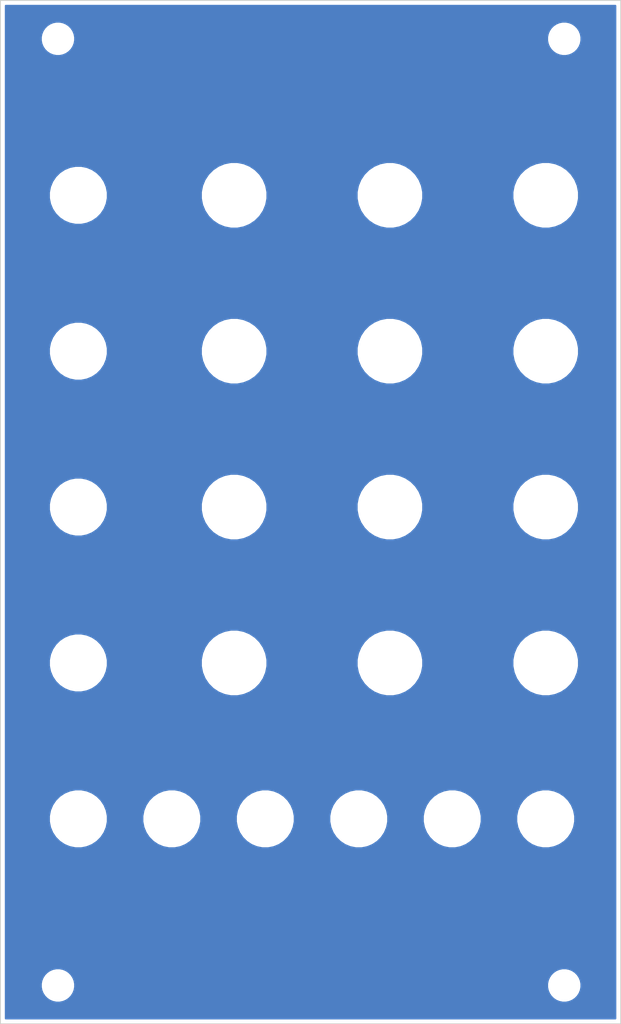
<source format=kicad_pcb>
(kicad_pcb (version 20171130) (host pcbnew 5.1.6-c6e7f7d~86~ubuntu20.04.1)

  (general
    (thickness 1.6)
    (drawings 19)
    (tracks 0)
    (zones 0)
    (modules 26)
    (nets 1)
  )

  (page A4)
  (title_block
    (title resonanz)
    (date 2020-06-10)
    (rev 01)
    (comment 1 "panel PCB")
    (comment 2 "tripple resonant band pass filter")
    (comment 4 "License CC BY 4.0 - Attribution 4.0 International")
  )

  (layers
    (0 F.Cu signal)
    (31 B.Cu signal)
    (32 B.Adhes user)
    (33 F.Adhes user)
    (34 B.Paste user)
    (35 F.Paste user)
    (36 B.SilkS user)
    (37 F.SilkS user)
    (38 B.Mask user)
    (39 F.Mask user)
    (40 Dwgs.User user hide)
    (41 Cmts.User user hide)
    (42 Eco1.User user hide)
    (43 Eco2.User user hide)
    (44 Edge.Cuts user)
    (45 Margin user)
    (46 B.CrtYd user)
    (47 F.CrtYd user)
    (48 B.Fab user)
    (49 F.Fab user)
  )

  (setup
    (last_trace_width 0.25)
    (trace_clearance 0.2)
    (zone_clearance 0.508)
    (zone_45_only no)
    (trace_min 0.2)
    (via_size 0.8)
    (via_drill 0.4)
    (via_min_size 0.4)
    (via_min_drill 0.3)
    (uvia_size 0.3)
    (uvia_drill 0.1)
    (uvias_allowed no)
    (uvia_min_size 0.2)
    (uvia_min_drill 0.1)
    (edge_width 0.05)
    (segment_width 0.2)
    (pcb_text_width 0.3)
    (pcb_text_size 1.5 1.5)
    (mod_edge_width 0.12)
    (mod_text_size 1 1)
    (mod_text_width 0.15)
    (pad_size 6.4 6.4)
    (pad_drill 6.4)
    (pad_to_mask_clearance 0.051)
    (solder_mask_min_width 0.25)
    (aux_axis_origin 0 0)
    (visible_elements FFFFFF7F)
    (pcbplotparams
      (layerselection 0x010fc_ffffffff)
      (usegerberextensions false)
      (usegerberattributes false)
      (usegerberadvancedattributes false)
      (creategerberjobfile false)
      (excludeedgelayer false)
      (linewidth 0.150000)
      (plotframeref false)
      (viasonmask false)
      (mode 1)
      (useauxorigin false)
      (hpglpennumber 1)
      (hpglpenspeed 20)
      (hpglpendiameter 15.000000)
      (psnegative false)
      (psa4output false)
      (plotreference true)
      (plotvalue true)
      (plotinvisibletext false)
      (padsonsilk false)
      (subtractmaskfromsilk false)
      (outputformat 1)
      (mirror false)
      (drillshape 0)
      (scaleselection 1)
      (outputdirectory "./gerbers"))
  )

  (net 0 "")

  (net_class Default "This is the default net class."
    (clearance 0.2)
    (trace_width 0.25)
    (via_dia 0.8)
    (via_drill 0.4)
    (uvia_dia 0.3)
    (uvia_drill 0.1)
  )

  (module elektrophon:panel_potentiometer (layer F.Cu) (tedit 5EE650CE) (tstamp 5EE61ADF)
    (at 96.52 111.76)
    (descr "Mounting Hole 8.4mm, no annular, M8")
    (tags "mounting hole 8.4mm no annular m8")
    (path /5EE61D0A)
    (attr virtual)
    (fp_text reference H26 (at 0 -9.4) (layer F.SilkS) hide
      (effects (font (size 1 1) (thickness 0.15)))
    )
    (fp_text value VOL_4 (at 0 9.144) (layer F.Mask) hide
      (effects (font (size 2 1.4) (thickness 0.25)))
    )
    (fp_circle (center 0 0) (end 6.6 0) (layer F.CrtYd) (width 0.05))
    (fp_circle (center 0 0) (end 6.35 0) (layer Cmts.User) (width 0.15))
    (fp_text user %R (at 0.3 0) (layer F.Fab) hide
      (effects (font (size 1 1) (thickness 0.15)))
    )
    (pad "" np_thru_hole circle (at 0 0) (size 7.4 7.4) (drill 7.4) (layers *.Cu *.Mask))
    (model ${KIPRJMOD}/../../../lib/kicad/models/ALPHA-RD901F-40.step
      (offset (xyz 0 0.5 -12))
      (scale (xyz 1 1 1))
      (rotate (xyz 0 0 0))
    )
  )

  (module elektrophon:panel_jack (layer F.Cu) (tedit 5DA46DDA) (tstamp 5EE61AD7)
    (at 84.328 132.08)
    (descr "Mounting Hole 8.4mm, no annular, M8")
    (tags "mounting hole 8.4mm no annular m8")
    (path /5EE65D69)
    (attr virtual)
    (fp_text reference H25 (at 0 -9.4) (layer F.SilkS) hide
      (effects (font (size 1 1) (thickness 0.15)))
    )
    (fp_text value OUT_4 (at 0 9.144) (layer F.Mask) hide
      (effects (font (size 2 1.4) (thickness 0.25)))
    )
    (fp_circle (center 0 0) (end 4.2 0) (layer F.CrtYd) (width 0.05))
    (fp_circle (center 0 0) (end 4 0) (layer Cmts.User) (width 0.15))
    (fp_text user %R (at 0.3 0) (layer F.Fab) hide
      (effects (font (size 1 1) (thickness 0.15)))
    )
    (pad "" np_thru_hole circle (at 0 0) (size 6.4 6.4) (drill 6.4) (layers *.Cu *.Mask))
    (model "${KIPRJMOD}/../../../lib/kicad/models/PJ301M-12 Thonkiconn v0.2.stp"
      (offset (xyz 0 0.8 -10.5))
      (scale (xyz 1 1 1))
      (rotate (xyz 0 0 0))
    )
  )

  (module elektrophon:panel_potentiometer (layer F.Cu) (tedit 5EE650CE) (tstamp 5EE61ACF)
    (at 55.88 111.76)
    (descr "Mounting Hole 8.4mm, no annular, M8")
    (tags "mounting hole 8.4mm no annular m8")
    (path /5EE65D63)
    (attr virtual)
    (fp_text reference H24 (at 0 -9.4) (layer F.SilkS) hide
      (effects (font (size 1 1) (thickness 0.15)))
    )
    (fp_text value frequency_4 (at 0 9.144) (layer F.Mask) hide
      (effects (font (size 2 1.4) (thickness 0.25)))
    )
    (fp_circle (center 0 0) (end 6.6 0) (layer F.CrtYd) (width 0.05))
    (fp_circle (center 0 0) (end 6.35 0) (layer Cmts.User) (width 0.15))
    (fp_text user %R (at 0.3 0) (layer F.Fab) hide
      (effects (font (size 1 1) (thickness 0.15)))
    )
    (pad "" np_thru_hole circle (at 0 0) (size 7.4 7.4) (drill 7.4) (layers *.Cu *.Mask))
    (model ${KIPRJMOD}/../../../lib/kicad/models/ALPHA-RD901F-40.step
      (offset (xyz 0 0.5 -12))
      (scale (xyz 1 1 1))
      (rotate (xyz 0 0 0))
    )
  )

  (module elektrophon:panel_potentiometer (layer F.Cu) (tedit 5EE650CE) (tstamp 5EE61A1F)
    (at 76.2 111.76)
    (descr "Mounting Hole 8.4mm, no annular, M8")
    (tags "mounting hole 8.4mm no annular m8")
    (path /5EE65D5D)
    (attr virtual)
    (fp_text reference H11 (at 0 -9.4) (layer F.SilkS) hide
      (effects (font (size 1 1) (thickness 0.15)))
    )
    (fp_text value resonance_4 (at 0 9.144) (layer F.Mask) hide
      (effects (font (size 2 1.4) (thickness 0.25)))
    )
    (fp_circle (center 0 0) (end 6.6 0) (layer F.CrtYd) (width 0.05))
    (fp_circle (center 0 0) (end 6.35 0) (layer Cmts.User) (width 0.15))
    (fp_text user %R (at 0.3 0) (layer F.Fab) hide
      (effects (font (size 1 1) (thickness 0.15)))
    )
    (pad "" np_thru_hole circle (at 0 0) (size 7.4 7.4) (drill 7.4) (layers *.Cu *.Mask))
    (model ${KIPRJMOD}/../../../lib/kicad/models/ALPHA-RD901F-40.step
      (offset (xyz 0 0.5 -12))
      (scale (xyz 1 1 1))
      (rotate (xyz 0 0 0))
    )
  )

  (module elektrophon:panel_jack (layer F.Cu) (tedit 5DA46DDA) (tstamp 5EE619A7)
    (at 35.56 111.76)
    (descr "Mounting Hole 8.4mm, no annular, M8")
    (tags "mounting hole 8.4mm no annular m8")
    (path /5EE65D57)
    (attr virtual)
    (fp_text reference H2 (at 0 -9.4) (layer F.SilkS) hide
      (effects (font (size 1 1) (thickness 0.15)))
    )
    (fp_text value IN_4 (at 0 9.144) (layer F.Mask) hide
      (effects (font (size 2 1.4) (thickness 0.25)))
    )
    (fp_circle (center 0 0) (end 4.2 0) (layer F.CrtYd) (width 0.05))
    (fp_circle (center 0 0) (end 4 0) (layer Cmts.User) (width 0.15))
    (fp_text user %R (at 0.3 0) (layer F.Fab) hide
      (effects (font (size 1 1) (thickness 0.15)))
    )
    (pad "" np_thru_hole circle (at 0 0) (size 6.4 6.4) (drill 6.4) (layers *.Cu *.Mask))
    (model "${KIPRJMOD}/../../../lib/kicad/models/PJ301M-12 Thonkiconn v0.2.stp"
      (offset (xyz 0 0.8 -10.5))
      (scale (xyz 1 1 1))
      (rotate (xyz 0 0 0))
    )
  )

  (module elektrophon:panel_potentiometer (layer F.Cu) (tedit 5EE650CE) (tstamp 5D6B46B3)
    (at 55.88 50.8)
    (descr "Mounting Hole 8.4mm, no annular, M8")
    (tags "mounting hole 8.4mm no annular m8")
    (path /5D6B1F10)
    (attr virtual)
    (fp_text reference H4 (at 0 -9.4) (layer F.SilkS) hide
      (effects (font (size 1 1) (thickness 0.15)))
    )
    (fp_text value frequency_1 (at 0 9.144) (layer F.Mask) hide
      (effects (font (size 2 1.4) (thickness 0.25)))
    )
    (fp_circle (center 0 0) (end 6.6 0) (layer F.CrtYd) (width 0.05))
    (fp_circle (center 0 0) (end 6.35 0) (layer Cmts.User) (width 0.15))
    (fp_text user %R (at 0.3 0) (layer F.Fab) hide
      (effects (font (size 1 1) (thickness 0.15)))
    )
    (pad "" np_thru_hole circle (at 0 0) (size 7.4 7.4) (drill 7.4) (layers *.Cu *.Mask))
    (model ${KIPRJMOD}/../../../lib/kicad/models/ALPHA-RD901F-40.step
      (offset (xyz 0 0.5 -12))
      (scale (xyz 1 1 1))
      (rotate (xyz 0 0 0))
    )
  )

  (module elektrophon:panel_potentiometer (layer F.Cu) (tedit 5EE650CE) (tstamp 5D6B46AE)
    (at 76.2 50.8)
    (descr "Mounting Hole 8.4mm, no annular, M8")
    (tags "mounting hole 8.4mm no annular m8")
    (path /5D6B18CE)
    (attr virtual)
    (fp_text reference H3 (at 0 -9.4) (layer F.SilkS) hide
      (effects (font (size 1 1) (thickness 0.15)))
    )
    (fp_text value resonance_1 (at 0 9.144) (layer F.Mask) hide
      (effects (font (size 2 1.4) (thickness 0.25)))
    )
    (fp_circle (center 0 0) (end 6.6 0) (layer F.CrtYd) (width 0.05))
    (fp_circle (center 0 0) (end 6.35 0) (layer Cmts.User) (width 0.15))
    (fp_text user %R (at 0.3 0) (layer F.Fab) hide
      (effects (font (size 1 1) (thickness 0.15)))
    )
    (pad "" np_thru_hole circle (at 0 0) (size 7.4 7.4) (drill 7.4) (layers *.Cu *.Mask))
    (model ${KIPRJMOD}/../../../lib/kicad/models/ALPHA-RD901F-40.step
      (offset (xyz 0 0.5 -12))
      (scale (xyz 1 1 1))
      (rotate (xyz 0 0 0))
    )
  )

  (module elektrophon:panel_jack (layer F.Cu) (tedit 5DA46DDA) (tstamp 5EE0E568)
    (at 96.52 132.08)
    (descr "Mounting Hole 8.4mm, no annular, M8")
    (tags "mounting hole 8.4mm no annular m8")
    (path /5EE0CD48)
    (attr virtual)
    (fp_text reference H23 (at 0 -9.4) (layer F.SilkS) hide
      (effects (font (size 1 1) (thickness 0.15)))
    )
    (fp_text value OUT (at 0 9.144) (layer F.Mask) hide
      (effects (font (size 2 1.4) (thickness 0.25)))
    )
    (fp_circle (center 0 0) (end 4.2 0) (layer F.CrtYd) (width 0.05))
    (fp_circle (center 0 0) (end 4 0) (layer Cmts.User) (width 0.15))
    (fp_text user %R (at 0.3 0) (layer F.Fab) hide
      (effects (font (size 1 1) (thickness 0.15)))
    )
    (pad "" np_thru_hole circle (at 0 0) (size 6.4 6.4) (drill 6.4) (layers *.Cu *.Mask))
    (model "${KIPRJMOD}/../../../lib/kicad/models/PJ301M-12 Thonkiconn v0.2.stp"
      (offset (xyz 0 0.8 -10.5))
      (scale (xyz 1 1 1))
      (rotate (xyz 0 0 0))
    )
  )

  (module elektrophon:panel_potentiometer (layer F.Cu) (tedit 5EE650CE) (tstamp 5EE0E560)
    (at 96.52 91.44)
    (descr "Mounting Hole 8.4mm, no annular, M8")
    (tags "mounting hole 8.4mm no annular m8")
    (path /5EE0CD3C)
    (attr virtual)
    (fp_text reference H22 (at 0 -9.4) (layer F.SilkS) hide
      (effects (font (size 1 1) (thickness 0.15)))
    )
    (fp_text value VOL_3 (at 0 9.144) (layer F.Mask) hide
      (effects (font (size 2 1.4) (thickness 0.25)))
    )
    (fp_circle (center 0 0) (end 6.6 0) (layer F.CrtYd) (width 0.05))
    (fp_circle (center 0 0) (end 6.35 0) (layer Cmts.User) (width 0.15))
    (fp_text user %R (at 0.3 0) (layer F.Fab) hide
      (effects (font (size 1 1) (thickness 0.15)))
    )
    (pad "" np_thru_hole circle (at 0 0) (size 7.4 7.4) (drill 7.4) (layers *.Cu *.Mask))
    (model ${KIPRJMOD}/../../../lib/kicad/models/ALPHA-RD901F-40.step
      (offset (xyz 0 0.5 -12))
      (scale (xyz 1 1 1))
      (rotate (xyz 0 0 0))
    )
  )

  (module elektrophon:panel_potentiometer (layer F.Cu) (tedit 5EE650CE) (tstamp 5EE0E558)
    (at 96.52 71.12)
    (descr "Mounting Hole 8.4mm, no annular, M8")
    (tags "mounting hole 8.4mm no annular m8")
    (path /5EE0CD36)
    (attr virtual)
    (fp_text reference H21 (at 0 -9.4) (layer F.SilkS) hide
      (effects (font (size 1 1) (thickness 0.15)))
    )
    (fp_text value VOL_2 (at 0 9.144) (layer F.Mask) hide
      (effects (font (size 2 1.4) (thickness 0.25)))
    )
    (fp_circle (center 0 0) (end 6.6 0) (layer F.CrtYd) (width 0.05))
    (fp_circle (center 0 0) (end 6.35 0) (layer Cmts.User) (width 0.15))
    (fp_text user %R (at 0.3 0) (layer F.Fab) hide
      (effects (font (size 1 1) (thickness 0.15)))
    )
    (pad "" np_thru_hole circle (at 0 0) (size 7.4 7.4) (drill 7.4) (layers *.Cu *.Mask))
    (model ${KIPRJMOD}/../../../lib/kicad/models/ALPHA-RD901F-40.step
      (offset (xyz 0 0.5 -12))
      (scale (xyz 1 1 1))
      (rotate (xyz 0 0 0))
    )
  )

  (module elektrophon:panel_potentiometer (layer F.Cu) (tedit 5EE650CE) (tstamp 5EE0E550)
    (at 96.52 50.8)
    (descr "Mounting Hole 8.4mm, no annular, M8")
    (tags "mounting hole 8.4mm no annular m8")
    (path /5EE0CD30)
    (attr virtual)
    (fp_text reference H20 (at 0 -9.4) (layer F.SilkS) hide
      (effects (font (size 1 1) (thickness 0.15)))
    )
    (fp_text value VOL_1 (at 0 9.144) (layer F.Mask) hide
      (effects (font (size 2 1.4) (thickness 0.25)))
    )
    (fp_circle (center 0 0) (end 6.6 0) (layer F.CrtYd) (width 0.05))
    (fp_circle (center 0 0) (end 6.35 0) (layer Cmts.User) (width 0.15))
    (fp_text user %R (at 0.3 0) (layer F.Fab) hide
      (effects (font (size 1 1) (thickness 0.15)))
    )
    (pad "" np_thru_hole circle (at 0 0) (size 7.4 7.4) (drill 7.4) (layers *.Cu *.Mask))
    (model ${KIPRJMOD}/../../../lib/kicad/models/ALPHA-RD901F-40.step
      (offset (xyz 0 0.5 -12))
      (scale (xyz 1 1 1))
      (rotate (xyz 0 0 0))
    )
  )

  (module elektrophon:panel_jack (layer F.Cu) (tedit 5DA46DDA) (tstamp 5EE0E548)
    (at 72.136 132.08)
    (descr "Mounting Hole 8.4mm, no annular, M8")
    (tags "mounting hole 8.4mm no annular m8")
    (path /5EE0AA77)
    (attr virtual)
    (fp_text reference H19 (at 0 -9.4) (layer F.SilkS) hide
      (effects (font (size 1 1) (thickness 0.15)))
    )
    (fp_text value OUT_3 (at 0 9.144) (layer F.Mask) hide
      (effects (font (size 2 1.4) (thickness 0.25)))
    )
    (fp_circle (center 0 0) (end 4.2 0) (layer F.CrtYd) (width 0.05))
    (fp_circle (center 0 0) (end 4 0) (layer Cmts.User) (width 0.15))
    (fp_text user %R (at 0.3 0) (layer F.Fab) hide
      (effects (font (size 1 1) (thickness 0.15)))
    )
    (pad "" np_thru_hole circle (at 0 0) (size 6.4 6.4) (drill 6.4) (layers *.Cu *.Mask))
    (model "${KIPRJMOD}/../../../lib/kicad/models/PJ301M-12 Thonkiconn v0.2.stp"
      (offset (xyz 0 0.8 -10.5))
      (scale (xyz 1 1 1))
      (rotate (xyz 0 0 0))
    )
  )

  (module elektrophon:panel_potentiometer (layer F.Cu) (tedit 5EE650CE) (tstamp 5EE0E540)
    (at 55.88 71.12)
    (descr "Mounting Hole 8.4mm, no annular, M8")
    (tags "mounting hole 8.4mm no annular m8")
    (path /5EE0AA71)
    (attr virtual)
    (fp_text reference H18 (at 0 -9.4) (layer F.SilkS) hide
      (effects (font (size 1 1) (thickness 0.15)))
    )
    (fp_text value frequency_3 (at 0 9.144) (layer F.Mask) hide
      (effects (font (size 2 1.4) (thickness 0.25)))
    )
    (fp_circle (center 0 0) (end 6.6 0) (layer F.CrtYd) (width 0.05))
    (fp_circle (center 0 0) (end 6.35 0) (layer Cmts.User) (width 0.15))
    (fp_text user %R (at 0.3 0) (layer F.Fab) hide
      (effects (font (size 1 1) (thickness 0.15)))
    )
    (pad "" np_thru_hole circle (at 0 0) (size 7.4 7.4) (drill 7.4) (layers *.Cu *.Mask))
    (model ${KIPRJMOD}/../../../lib/kicad/models/ALPHA-RD901F-40.step
      (offset (xyz 0 0.5 -12))
      (scale (xyz 1 1 1))
      (rotate (xyz 0 0 0))
    )
  )

  (module elektrophon:panel_potentiometer (layer F.Cu) (tedit 5EE650CE) (tstamp 5EE0E538)
    (at 76.2 91.44)
    (descr "Mounting Hole 8.4mm, no annular, M8")
    (tags "mounting hole 8.4mm no annular m8")
    (path /5EE0AA6B)
    (attr virtual)
    (fp_text reference H17 (at 0 -9.4) (layer F.SilkS) hide
      (effects (font (size 1 1) (thickness 0.15)))
    )
    (fp_text value resonance_3 (at 0 9.144) (layer F.Mask) hide
      (effects (font (size 2 1.4) (thickness 0.25)))
    )
    (fp_circle (center 0 0) (end 6.6 0) (layer F.CrtYd) (width 0.05))
    (fp_circle (center 0 0) (end 6.35 0) (layer Cmts.User) (width 0.15))
    (fp_text user %R (at 0.3 0) (layer F.Fab) hide
      (effects (font (size 1 1) (thickness 0.15)))
    )
    (pad "" np_thru_hole circle (at 0 0) (size 7.4 7.4) (drill 7.4) (layers *.Cu *.Mask))
    (model ${KIPRJMOD}/../../../lib/kicad/models/ALPHA-RD901F-40.step
      (offset (xyz 0 0.5 -12))
      (scale (xyz 1 1 1))
      (rotate (xyz 0 0 0))
    )
  )

  (module elektrophon:panel_jack (layer F.Cu) (tedit 5DA46DDA) (tstamp 5EE0E530)
    (at 35.56 132.08)
    (descr "Mounting Hole 8.4mm, no annular, M8")
    (tags "mounting hole 8.4mm no annular m8")
    (path /5EE0AA65)
    (attr virtual)
    (fp_text reference H16 (at 0 -9.4) (layer F.SilkS) hide
      (effects (font (size 1 1) (thickness 0.15)))
    )
    (fp_text value IN (at 0 9.144) (layer F.Mask) hide
      (effects (font (size 2 1.4) (thickness 0.25)))
    )
    (fp_circle (center 0 0) (end 4.2 0) (layer F.CrtYd) (width 0.05))
    (fp_circle (center 0 0) (end 4 0) (layer Cmts.User) (width 0.15))
    (fp_text user %R (at 0.3 0) (layer F.Fab) hide
      (effects (font (size 1 1) (thickness 0.15)))
    )
    (pad "" np_thru_hole circle (at 0 0) (size 6.4 6.4) (drill 6.4) (layers *.Cu *.Mask))
    (model "${KIPRJMOD}/../../../lib/kicad/models/PJ301M-12 Thonkiconn v0.2.stp"
      (offset (xyz 0 0.8 -10.5))
      (scale (xyz 1 1 1))
      (rotate (xyz 0 0 0))
    )
  )

  (module elektrophon:panel_jack (layer F.Cu) (tedit 5DA46DDA) (tstamp 5EE0E528)
    (at 35.56 91.44)
    (descr "Mounting Hole 8.4mm, no annular, M8")
    (tags "mounting hole 8.4mm no annular m8")
    (path /5EE0AA5F)
    (attr virtual)
    (fp_text reference H15 (at 0 -9.4) (layer F.SilkS) hide
      (effects (font (size 1 1) (thickness 0.15)))
    )
    (fp_text value IN_3 (at 0 9.144) (layer F.Mask) hide
      (effects (font (size 2 1.4) (thickness 0.25)))
    )
    (fp_circle (center 0 0) (end 4.2 0) (layer F.CrtYd) (width 0.05))
    (fp_circle (center 0 0) (end 4 0) (layer Cmts.User) (width 0.15))
    (fp_text user %R (at 0.3 0) (layer F.Fab) hide
      (effects (font (size 1 1) (thickness 0.15)))
    )
    (pad "" np_thru_hole circle (at 0 0) (size 6.4 6.4) (drill 6.4) (layers *.Cu *.Mask))
    (model "${KIPRJMOD}/../../../lib/kicad/models/PJ301M-12 Thonkiconn v0.2.stp"
      (offset (xyz 0 0.8 -10.5))
      (scale (xyz 1 1 1))
      (rotate (xyz 0 0 0))
    )
  )

  (module elektrophon:panel_jack (layer F.Cu) (tedit 5DA46DDA) (tstamp 5EE0E520)
    (at 59.944 132.08)
    (descr "Mounting Hole 8.4mm, no annular, M8")
    (tags "mounting hole 8.4mm no annular m8")
    (path /5EE0A51B)
    (attr virtual)
    (fp_text reference H14 (at 0 -9.4) (layer F.SilkS) hide
      (effects (font (size 1 1) (thickness 0.15)))
    )
    (fp_text value OUT_2 (at 0 9.144) (layer F.Mask) hide
      (effects (font (size 2 1.4) (thickness 0.25)))
    )
    (fp_circle (center 0 0) (end 4.2 0) (layer F.CrtYd) (width 0.05))
    (fp_circle (center 0 0) (end 4 0) (layer Cmts.User) (width 0.15))
    (fp_text user %R (at 0.3 0) (layer F.Fab) hide
      (effects (font (size 1 1) (thickness 0.15)))
    )
    (pad "" np_thru_hole circle (at 0 0) (size 6.4 6.4) (drill 6.4) (layers *.Cu *.Mask))
    (model "${KIPRJMOD}/../../../lib/kicad/models/PJ301M-12 Thonkiconn v0.2.stp"
      (offset (xyz 0 0.8 -10.5))
      (scale (xyz 1 1 1))
      (rotate (xyz 0 0 0))
    )
  )

  (module elektrophon:panel_potentiometer (layer F.Cu) (tedit 5EE650CE) (tstamp 5EE0E518)
    (at 55.88 91.44)
    (descr "Mounting Hole 8.4mm, no annular, M8")
    (tags "mounting hole 8.4mm no annular m8")
    (path /5EE0A515)
    (attr virtual)
    (fp_text reference H13 (at 0 -9.4) (layer F.SilkS) hide
      (effects (font (size 1 1) (thickness 0.15)))
    )
    (fp_text value frequency_2 (at 0 9.144) (layer F.Mask) hide
      (effects (font (size 2 1.4) (thickness 0.25)))
    )
    (fp_circle (center 0 0) (end 6.6 0) (layer F.CrtYd) (width 0.05))
    (fp_circle (center 0 0) (end 6.35 0) (layer Cmts.User) (width 0.15))
    (fp_text user %R (at 0.3 0) (layer F.Fab) hide
      (effects (font (size 1 1) (thickness 0.15)))
    )
    (pad "" np_thru_hole circle (at 0 0) (size 7.4 7.4) (drill 7.4) (layers *.Cu *.Mask))
    (model ${KIPRJMOD}/../../../lib/kicad/models/ALPHA-RD901F-40.step
      (offset (xyz 0 0.5 -12))
      (scale (xyz 1 1 1))
      (rotate (xyz 0 0 0))
    )
  )

  (module elektrophon:panel_potentiometer (layer F.Cu) (tedit 5EE650CE) (tstamp 5EE0E510)
    (at 76.2 71.12)
    (descr "Mounting Hole 8.4mm, no annular, M8")
    (tags "mounting hole 8.4mm no annular m8")
    (path /5EE0A50F)
    (attr virtual)
    (fp_text reference H12 (at 0 -9.4) (layer F.SilkS) hide
      (effects (font (size 1 1) (thickness 0.15)))
    )
    (fp_text value resonance_2 (at 0 9.144) (layer F.Mask) hide
      (effects (font (size 2 1.4) (thickness 0.25)))
    )
    (fp_circle (center 0 0) (end 6.6 0) (layer F.CrtYd) (width 0.05))
    (fp_circle (center 0 0) (end 6.35 0) (layer Cmts.User) (width 0.15))
    (fp_text user %R (at 0.3 0) (layer F.Fab) hide
      (effects (font (size 1 1) (thickness 0.15)))
    )
    (pad "" np_thru_hole circle (at 0 0) (size 7.4 7.4) (drill 7.4) (layers *.Cu *.Mask))
    (model ${KIPRJMOD}/../../../lib/kicad/models/ALPHA-RD901F-40.step
      (offset (xyz 0 0.5 -12))
      (scale (xyz 1 1 1))
      (rotate (xyz 0 0 0))
    )
  )

  (module elektrophon:panel_jack (layer F.Cu) (tedit 5DA46DDA) (tstamp 5EE0E500)
    (at 35.56 71.12)
    (descr "Mounting Hole 8.4mm, no annular, M8")
    (tags "mounting hole 8.4mm no annular m8")
    (path /5EE0A503)
    (attr virtual)
    (fp_text reference H10 (at 0 -9.4) (layer F.SilkS) hide
      (effects (font (size 1 1) (thickness 0.15)))
    )
    (fp_text value IN_2 (at 0 9.144) (layer F.Mask) hide
      (effects (font (size 2 1.4) (thickness 0.25)))
    )
    (fp_circle (center 0 0) (end 4.2 0) (layer F.CrtYd) (width 0.05))
    (fp_circle (center 0 0) (end 4 0) (layer Cmts.User) (width 0.15))
    (fp_text user %R (at 0.3 0) (layer F.Fab) hide
      (effects (font (size 1 1) (thickness 0.15)))
    )
    (pad "" np_thru_hole circle (at 0 0) (size 6.4 6.4) (drill 6.4) (layers *.Cu *.Mask))
    (model "${KIPRJMOD}/../../../lib/kicad/models/PJ301M-12 Thonkiconn v0.2.stp"
      (offset (xyz 0 0.8 -10.5))
      (scale (xyz 1 1 1))
      (rotate (xyz 0 0 0))
    )
  )

  (module elektrophon:panel_jack (layer F.Cu) (tedit 5DA46DDA) (tstamp 5D6B46B8)
    (at 47.752 132.08)
    (descr "Mounting Hole 8.4mm, no annular, M8")
    (tags "mounting hole 8.4mm no annular m8")
    (path /5D6B4FB4)
    (attr virtual)
    (fp_text reference H5 (at 0 -9.4) (layer F.SilkS) hide
      (effects (font (size 1 1) (thickness 0.15)))
    )
    (fp_text value OUT_1 (at 0 9.144) (layer F.Mask) hide
      (effects (font (size 2 1.4) (thickness 0.25)))
    )
    (fp_circle (center 0 0) (end 4.2 0) (layer F.CrtYd) (width 0.05))
    (fp_circle (center 0 0) (end 4 0) (layer Cmts.User) (width 0.15))
    (fp_text user %R (at 0.3 0) (layer F.Fab) hide
      (effects (font (size 1 1) (thickness 0.15)))
    )
    (pad "" np_thru_hole circle (at 0 0) (size 6.4 6.4) (drill 6.4) (layers *.Cu *.Mask))
    (model "${KIPRJMOD}/../../../lib/kicad/models/PJ301M-12 Thonkiconn v0.2.stp"
      (offset (xyz 0 0.8 -10.5))
      (scale (xyz 1 1 1))
      (rotate (xyz 0 0 0))
    )
  )

  (module elektrophon:panel_jack (layer F.Cu) (tedit 5DA46DDA) (tstamp 5EE0EEC8)
    (at 35.56 50.8)
    (descr "Mounting Hole 8.4mm, no annular, M8")
    (tags "mounting hole 8.4mm no annular m8")
    (path /5D6AF58E)
    (attr virtual)
    (fp_text reference H1 (at 0 -9.4) (layer F.SilkS) hide
      (effects (font (size 1 1) (thickness 0.15)))
    )
    (fp_text value IN_1 (at 0 9.144) (layer F.Mask) hide
      (effects (font (size 2 1.4) (thickness 0.25)))
    )
    (fp_circle (center 0 0) (end 4.2 0) (layer F.CrtYd) (width 0.05))
    (fp_circle (center 0 0) (end 4 0) (layer Cmts.User) (width 0.15))
    (fp_text user %R (at 0.3 0) (layer F.Fab) hide
      (effects (font (size 1 1) (thickness 0.15)))
    )
    (pad "" np_thru_hole circle (at 0 0) (size 6.4 6.4) (drill 6.4) (layers *.Cu *.Mask))
    (model "${KIPRJMOD}/../../../lib/kicad/models/PJ301M-12 Thonkiconn v0.2.stp"
      (offset (xyz 0 0.8 -10.5))
      (scale (xyz 1 1 1))
      (rotate (xyz 0 0 0))
    )
  )

  (module MountingHole:MountingHole_3.2mm_M3 (layer F.Cu) (tedit 56D1B4CB) (tstamp 5D6C7189)
    (at 98.94 153.8)
    (descr "Mounting Hole 3.2mm, no annular, M3")
    (tags "mounting hole 3.2mm no annular m3")
    (path /5D6C254B)
    (attr virtual)
    (fp_text reference H9 (at 0 -4.2) (layer F.SilkS) hide
      (effects (font (size 1 1) (thickness 0.15)))
    )
    (fp_text value MountingHole (at 0 4.2) (layer F.Fab) hide
      (effects (font (size 1 1) (thickness 0.15)))
    )
    (fp_circle (center 0 0) (end 3.45 0) (layer F.CrtYd) (width 0.05))
    (fp_circle (center 0 0) (end 3.2 0) (layer Cmts.User) (width 0.15))
    (fp_text user %R (at 0.3 0) (layer F.Fab)
      (effects (font (size 1 1) (thickness 0.15)))
    )
    (pad 1 np_thru_hole circle (at 0 0) (size 3.2 3.2) (drill 3.2) (layers *.Cu *.Mask))
  )

  (module MountingHole:MountingHole_3.2mm_M3 (layer F.Cu) (tedit 56D1B4CB) (tstamp 5D6C7181)
    (at 98.94 30.4)
    (descr "Mounting Hole 3.2mm, no annular, M3")
    (tags "mounting hole 3.2mm no annular m3")
    (path /5D6C22FB)
    (attr virtual)
    (fp_text reference H8 (at 0 -4.2) (layer F.SilkS) hide
      (effects (font (size 1 1) (thickness 0.15)))
    )
    (fp_text value MountingHole (at 0 4.2) (layer F.Fab) hide
      (effects (font (size 1 1) (thickness 0.15)))
    )
    (fp_circle (center 0 0) (end 3.45 0) (layer F.CrtYd) (width 0.05))
    (fp_circle (center 0 0) (end 3.2 0) (layer Cmts.User) (width 0.15))
    (fp_text user %R (at 0.3 0) (layer F.Fab)
      (effects (font (size 1 1) (thickness 0.15)))
    )
    (pad 1 np_thru_hole circle (at 0 0) (size 3.2 3.2) (drill 3.2) (layers *.Cu *.Mask))
  )

  (module MountingHole:MountingHole_3.2mm_M3 (layer F.Cu) (tedit 56D1B4CB) (tstamp 5D6C7179)
    (at 32.9 153.8)
    (descr "Mounting Hole 3.2mm, no annular, M3")
    (tags "mounting hole 3.2mm no annular m3")
    (path /5D6C2167)
    (attr virtual)
    (fp_text reference H7 (at 0 -4.2) (layer F.SilkS) hide
      (effects (font (size 1 1) (thickness 0.15)))
    )
    (fp_text value MountingHole (at 0 4.2) (layer F.Fab) hide
      (effects (font (size 1 1) (thickness 0.15)))
    )
    (fp_circle (center 0 0) (end 3.45 0) (layer F.CrtYd) (width 0.05))
    (fp_circle (center 0 0) (end 3.2 0) (layer Cmts.User) (width 0.15))
    (fp_text user %R (at 0.3 0) (layer F.Fab)
      (effects (font (size 1 1) (thickness 0.15)))
    )
    (pad 1 np_thru_hole circle (at 0 0) (size 3.2 3.2) (drill 3.2) (layers *.Cu *.Mask))
  )

  (module MountingHole:MountingHole_3.2mm_M3 (layer F.Cu) (tedit 56D1B4CB) (tstamp 5D6C7171)
    (at 32.9 30.4)
    (descr "Mounting Hole 3.2mm, no annular, M3")
    (tags "mounting hole 3.2mm no annular m3")
    (path /5D6C1F77)
    (attr virtual)
    (fp_text reference H6 (at 0 -4.2) (layer F.SilkS) hide
      (effects (font (size 1 1) (thickness 0.15)))
    )
    (fp_text value MountingHole (at 0 4.2) (layer F.Fab) hide
      (effects (font (size 1 1) (thickness 0.15)))
    )
    (fp_circle (center 0 0) (end 3.45 0) (layer F.CrtYd) (width 0.05))
    (fp_circle (center 0 0) (end 3.2 0) (layer Cmts.User) (width 0.15))
    (fp_text user %R (at 0.3 0) (layer F.Fab)
      (effects (font (size 1 1) (thickness 0.15)))
    )
    (pad 1 np_thru_hole circle (at 0 0) (size 3.2 3.2) (drill 3.2) (layers *.Cu *.Mask))
  )

  (gr_text out (at 96.52 140.97) (layer F.Mask) (tstamp 5EE61E29)
    (effects (font (size 2 1.4) (thickness 0.25)))
  )
  (gr_text "#4" (at 84.008 140.97) (layer F.Mask) (tstamp 5EE61E29)
    (effects (font (size 2 1.4) (thickness 0.25)))
  )
  (gr_text "#3" (at 71.796 140.97) (layer F.Mask) (tstamp 5EE61E29)
    (effects (font (size 2 1.4) (thickness 0.25)))
  )
  (gr_text "#2" (at 59.584 140.97) (layer F.Mask) (tstamp 5EE61E29)
    (effects (font (size 2 1.4) (thickness 0.25)))
  )
  (gr_text "#1" (at 47.372 140.97) (layer F.Mask) (tstamp 5EE61E29)
    (effects (font (size 2 1.4) (thickness 0.25)))
  )
  (gr_text in (at 35.56 140.97) (layer F.Mask) (tstamp 5EE61E29)
    (effects (font (size 2 1.4) (thickness 0.25)))
  )
  (gr_text frequency (at 55.88 123.19) (layer F.Mask) (tstamp 5EE61B73)
    (effects (font (size 2 1.4) (thickness 0.25)))
  )
  (gr_text volume (at 96.52 123.19) (layer F.Mask) (tstamp 5EE61B72)
    (effects (font (size 2 1.4) (thickness 0.25)))
  )
  (gr_text resonance (at 76.2 123.19) (layer F.Mask) (tstamp 5EE61B71)
    (effects (font (size 2 1.4) (thickness 0.25)))
  )
  (gr_text "#4" (at 35.56 120.65) (layer F.Mask) (tstamp 5EE61B70)
    (effects (font (size 2 1.4) (thickness 0.25)))
  )
  (gr_text "#3" (at 35.56 100.33) (layer F.Mask) (tstamp 5EE61B70)
    (effects (font (size 2 1.4) (thickness 0.25)))
  )
  (gr_text "#2" (at 35.56 80.01) (layer F.Mask) (tstamp 5EE61B70)
    (effects (font (size 2 1.4) (thickness 0.25)))
  )
  (gr_text "#1" (at 35.56 59.69) (layer F.Mask)
    (effects (font (size 2 1.4) (thickness 0.25)))
  )
  (gr_text R01 (at 89.97 155.26) (layer F.Cu)
    (effects (font (size 2 1.4) (thickness 0.25)))
  )
  (gr_text resonanz (at 66.04 30.48) (layer F.Mask)
    (effects (font (size 3 3) (thickness 0.35)))
  )
  (gr_line (start 106.3 158.8) (end 25.4 158.8) (layer Edge.Cuts) (width 0.12))
  (gr_line (start 106.3 25.4) (end 106.3 158.8) (layer Edge.Cuts) (width 0.12))
  (gr_line (start 25.4 25.4) (end 25.4 158.8) (layer Edge.Cuts) (width 0.12))
  (gr_line (start 25.4 25.4) (end 106.3 25.4) (layer Edge.Cuts) (width 0.12))

  (zone (net 0) (net_name "") (layer B.Cu) (tstamp 5D6DC77A) (hatch edge 0.508)
    (connect_pads (clearance 0.508))
    (min_thickness 0.254)
    (fill yes (arc_segments 32) (thermal_gap 0.508) (thermal_bridge_width 0.508))
    (polygon
      (pts
        (xy 25.43 25.4) (xy 106.33 25.39) (xy 106.27 158.8) (xy 25.4 158.75)
      )
    )
    (filled_polygon
      (pts
        (xy 105.605001 158.105) (xy 26.095 158.105) (xy 26.095 153.579872) (xy 30.665 153.579872) (xy 30.665 154.020128)
        (xy 30.75089 154.451925) (xy 30.919369 154.858669) (xy 31.163962 155.224729) (xy 31.475271 155.536038) (xy 31.841331 155.780631)
        (xy 32.248075 155.94911) (xy 32.679872 156.035) (xy 33.120128 156.035) (xy 33.551925 155.94911) (xy 33.958669 155.780631)
        (xy 34.324729 155.536038) (xy 34.636038 155.224729) (xy 34.880631 154.858669) (xy 35.04911 154.451925) (xy 35.135 154.020128)
        (xy 35.135 153.579872) (xy 96.705 153.579872) (xy 96.705 154.020128) (xy 96.79089 154.451925) (xy 96.959369 154.858669)
        (xy 97.203962 155.224729) (xy 97.515271 155.536038) (xy 97.881331 155.780631) (xy 98.288075 155.94911) (xy 98.719872 156.035)
        (xy 99.160128 156.035) (xy 99.591925 155.94911) (xy 99.998669 155.780631) (xy 100.364729 155.536038) (xy 100.676038 155.224729)
        (xy 100.920631 154.858669) (xy 101.08911 154.451925) (xy 101.175 154.020128) (xy 101.175 153.579872) (xy 101.08911 153.148075)
        (xy 100.920631 152.741331) (xy 100.676038 152.375271) (xy 100.364729 152.063962) (xy 99.998669 151.819369) (xy 99.591925 151.65089)
        (xy 99.160128 151.565) (xy 98.719872 151.565) (xy 98.288075 151.65089) (xy 97.881331 151.819369) (xy 97.515271 152.063962)
        (xy 97.203962 152.375271) (xy 96.959369 152.741331) (xy 96.79089 153.148075) (xy 96.705 153.579872) (xy 35.135 153.579872)
        (xy 35.04911 153.148075) (xy 34.880631 152.741331) (xy 34.636038 152.375271) (xy 34.324729 152.063962) (xy 33.958669 151.819369)
        (xy 33.551925 151.65089) (xy 33.120128 151.565) (xy 32.679872 151.565) (xy 32.248075 151.65089) (xy 31.841331 151.819369)
        (xy 31.475271 152.063962) (xy 31.163962 152.375271) (xy 30.919369 152.741331) (xy 30.75089 153.148075) (xy 30.665 153.579872)
        (xy 26.095 153.579872) (xy 26.095 131.702285) (xy 31.725 131.702285) (xy 31.725 132.457715) (xy 31.872377 133.198628)
        (xy 32.161467 133.896554) (xy 32.581161 134.52467) (xy 33.11533 135.058839) (xy 33.743446 135.478533) (xy 34.441372 135.767623)
        (xy 35.182285 135.915) (xy 35.937715 135.915) (xy 36.678628 135.767623) (xy 37.376554 135.478533) (xy 38.00467 135.058839)
        (xy 38.538839 134.52467) (xy 38.958533 133.896554) (xy 39.247623 133.198628) (xy 39.395 132.457715) (xy 39.395 131.702285)
        (xy 43.917 131.702285) (xy 43.917 132.457715) (xy 44.064377 133.198628) (xy 44.353467 133.896554) (xy 44.773161 134.52467)
        (xy 45.30733 135.058839) (xy 45.935446 135.478533) (xy 46.633372 135.767623) (xy 47.374285 135.915) (xy 48.129715 135.915)
        (xy 48.870628 135.767623) (xy 49.568554 135.478533) (xy 50.19667 135.058839) (xy 50.730839 134.52467) (xy 51.150533 133.896554)
        (xy 51.439623 133.198628) (xy 51.587 132.457715) (xy 51.587 131.702285) (xy 56.109 131.702285) (xy 56.109 132.457715)
        (xy 56.256377 133.198628) (xy 56.545467 133.896554) (xy 56.965161 134.52467) (xy 57.49933 135.058839) (xy 58.127446 135.478533)
        (xy 58.825372 135.767623) (xy 59.566285 135.915) (xy 60.321715 135.915) (xy 61.062628 135.767623) (xy 61.760554 135.478533)
        (xy 62.38867 135.058839) (xy 62.922839 134.52467) (xy 63.342533 133.896554) (xy 63.631623 133.198628) (xy 63.779 132.457715)
        (xy 63.779 131.702285) (xy 68.301 131.702285) (xy 68.301 132.457715) (xy 68.448377 133.198628) (xy 68.737467 133.896554)
        (xy 69.157161 134.52467) (xy 69.69133 135.058839) (xy 70.319446 135.478533) (xy 71.017372 135.767623) (xy 71.758285 135.915)
        (xy 72.513715 135.915) (xy 73.254628 135.767623) (xy 73.952554 135.478533) (xy 74.58067 135.058839) (xy 75.114839 134.52467)
        (xy 75.534533 133.896554) (xy 75.823623 133.198628) (xy 75.971 132.457715) (xy 75.971 131.702285) (xy 80.493 131.702285)
        (xy 80.493 132.457715) (xy 80.640377 133.198628) (xy 80.929467 133.896554) (xy 81.349161 134.52467) (xy 81.88333 135.058839)
        (xy 82.511446 135.478533) (xy 83.209372 135.767623) (xy 83.950285 135.915) (xy 84.705715 135.915) (xy 85.446628 135.767623)
        (xy 86.144554 135.478533) (xy 86.77267 135.058839) (xy 87.306839 134.52467) (xy 87.726533 133.896554) (xy 88.015623 133.198628)
        (xy 88.163 132.457715) (xy 88.163 131.702285) (xy 92.685 131.702285) (xy 92.685 132.457715) (xy 92.832377 133.198628)
        (xy 93.121467 133.896554) (xy 93.541161 134.52467) (xy 94.07533 135.058839) (xy 94.703446 135.478533) (xy 95.401372 135.767623)
        (xy 96.142285 135.915) (xy 96.897715 135.915) (xy 97.638628 135.767623) (xy 98.336554 135.478533) (xy 98.96467 135.058839)
        (xy 99.498839 134.52467) (xy 99.918533 133.896554) (xy 100.207623 133.198628) (xy 100.355 132.457715) (xy 100.355 131.702285)
        (xy 100.207623 130.961372) (xy 99.918533 130.263446) (xy 99.498839 129.63533) (xy 98.96467 129.101161) (xy 98.336554 128.681467)
        (xy 97.638628 128.392377) (xy 96.897715 128.245) (xy 96.142285 128.245) (xy 95.401372 128.392377) (xy 94.703446 128.681467)
        (xy 94.07533 129.101161) (xy 93.541161 129.63533) (xy 93.121467 130.263446) (xy 92.832377 130.961372) (xy 92.685 131.702285)
        (xy 88.163 131.702285) (xy 88.015623 130.961372) (xy 87.726533 130.263446) (xy 87.306839 129.63533) (xy 86.77267 129.101161)
        (xy 86.144554 128.681467) (xy 85.446628 128.392377) (xy 84.705715 128.245) (xy 83.950285 128.245) (xy 83.209372 128.392377)
        (xy 82.511446 128.681467) (xy 81.88333 129.101161) (xy 81.349161 129.63533) (xy 80.929467 130.263446) (xy 80.640377 130.961372)
        (xy 80.493 131.702285) (xy 75.971 131.702285) (xy 75.823623 130.961372) (xy 75.534533 130.263446) (xy 75.114839 129.63533)
        (xy 74.58067 129.101161) (xy 73.952554 128.681467) (xy 73.254628 128.392377) (xy 72.513715 128.245) (xy 71.758285 128.245)
        (xy 71.017372 128.392377) (xy 70.319446 128.681467) (xy 69.69133 129.101161) (xy 69.157161 129.63533) (xy 68.737467 130.263446)
        (xy 68.448377 130.961372) (xy 68.301 131.702285) (xy 63.779 131.702285) (xy 63.631623 130.961372) (xy 63.342533 130.263446)
        (xy 62.922839 129.63533) (xy 62.38867 129.101161) (xy 61.760554 128.681467) (xy 61.062628 128.392377) (xy 60.321715 128.245)
        (xy 59.566285 128.245) (xy 58.825372 128.392377) (xy 58.127446 128.681467) (xy 57.49933 129.101161) (xy 56.965161 129.63533)
        (xy 56.545467 130.263446) (xy 56.256377 130.961372) (xy 56.109 131.702285) (xy 51.587 131.702285) (xy 51.439623 130.961372)
        (xy 51.150533 130.263446) (xy 50.730839 129.63533) (xy 50.19667 129.101161) (xy 49.568554 128.681467) (xy 48.870628 128.392377)
        (xy 48.129715 128.245) (xy 47.374285 128.245) (xy 46.633372 128.392377) (xy 45.935446 128.681467) (xy 45.30733 129.101161)
        (xy 44.773161 129.63533) (xy 44.353467 130.263446) (xy 44.064377 130.961372) (xy 43.917 131.702285) (xy 39.395 131.702285)
        (xy 39.247623 130.961372) (xy 38.958533 130.263446) (xy 38.538839 129.63533) (xy 38.00467 129.101161) (xy 37.376554 128.681467)
        (xy 36.678628 128.392377) (xy 35.937715 128.245) (xy 35.182285 128.245) (xy 34.441372 128.392377) (xy 33.743446 128.681467)
        (xy 33.11533 129.101161) (xy 32.581161 129.63533) (xy 32.161467 130.263446) (xy 31.872377 130.961372) (xy 31.725 131.702285)
        (xy 26.095 131.702285) (xy 26.095 111.382285) (xy 31.725 111.382285) (xy 31.725 112.137715) (xy 31.872377 112.878628)
        (xy 32.161467 113.576554) (xy 32.581161 114.20467) (xy 33.11533 114.738839) (xy 33.743446 115.158533) (xy 34.441372 115.447623)
        (xy 35.182285 115.595) (xy 35.937715 115.595) (xy 36.678628 115.447623) (xy 37.376554 115.158533) (xy 38.00467 114.738839)
        (xy 38.538839 114.20467) (xy 38.958533 113.576554) (xy 39.247623 112.878628) (xy 39.395 112.137715) (xy 39.395 111.382285)
        (xy 39.385205 111.33304) (xy 51.545 111.33304) (xy 51.545 112.18696) (xy 51.711592 113.024473) (xy 52.038373 113.813392)
        (xy 52.512786 114.523401) (xy 53.116599 115.127214) (xy 53.826608 115.601627) (xy 54.615527 115.928408) (xy 55.45304 116.095)
        (xy 56.30696 116.095) (xy 57.144473 115.928408) (xy 57.933392 115.601627) (xy 58.643401 115.127214) (xy 59.247214 114.523401)
        (xy 59.721627 113.813392) (xy 60.048408 113.024473) (xy 60.215 112.18696) (xy 60.215 111.33304) (xy 71.865 111.33304)
        (xy 71.865 112.18696) (xy 72.031592 113.024473) (xy 72.358373 113.813392) (xy 72.832786 114.523401) (xy 73.436599 115.127214)
        (xy 74.146608 115.601627) (xy 74.935527 115.928408) (xy 75.77304 116.095) (xy 76.62696 116.095) (xy 77.464473 115.928408)
        (xy 78.253392 115.601627) (xy 78.963401 115.127214) (xy 79.567214 114.523401) (xy 80.041627 113.813392) (xy 80.368408 113.024473)
        (xy 80.535 112.18696) (xy 80.535 111.33304) (xy 92.185 111.33304) (xy 92.185 112.18696) (xy 92.351592 113.024473)
        (xy 92.678373 113.813392) (xy 93.152786 114.523401) (xy 93.756599 115.127214) (xy 94.466608 115.601627) (xy 95.255527 115.928408)
        (xy 96.09304 116.095) (xy 96.94696 116.095) (xy 97.784473 115.928408) (xy 98.573392 115.601627) (xy 99.283401 115.127214)
        (xy 99.887214 114.523401) (xy 100.361627 113.813392) (xy 100.688408 113.024473) (xy 100.855 112.18696) (xy 100.855 111.33304)
        (xy 100.688408 110.495527) (xy 100.361627 109.706608) (xy 99.887214 108.996599) (xy 99.283401 108.392786) (xy 98.573392 107.918373)
        (xy 97.784473 107.591592) (xy 96.94696 107.425) (xy 96.09304 107.425) (xy 95.255527 107.591592) (xy 94.466608 107.918373)
        (xy 93.756599 108.392786) (xy 93.152786 108.996599) (xy 92.678373 109.706608) (xy 92.351592 110.495527) (xy 92.185 111.33304)
        (xy 80.535 111.33304) (xy 80.368408 110.495527) (xy 80.041627 109.706608) (xy 79.567214 108.996599) (xy 78.963401 108.392786)
        (xy 78.253392 107.918373) (xy 77.464473 107.591592) (xy 76.62696 107.425) (xy 75.77304 107.425) (xy 74.935527 107.591592)
        (xy 74.146608 107.918373) (xy 73.436599 108.392786) (xy 72.832786 108.996599) (xy 72.358373 109.706608) (xy 72.031592 110.495527)
        (xy 71.865 111.33304) (xy 60.215 111.33304) (xy 60.048408 110.495527) (xy 59.721627 109.706608) (xy 59.247214 108.996599)
        (xy 58.643401 108.392786) (xy 57.933392 107.918373) (xy 57.144473 107.591592) (xy 56.30696 107.425) (xy 55.45304 107.425)
        (xy 54.615527 107.591592) (xy 53.826608 107.918373) (xy 53.116599 108.392786) (xy 52.512786 108.996599) (xy 52.038373 109.706608)
        (xy 51.711592 110.495527) (xy 51.545 111.33304) (xy 39.385205 111.33304) (xy 39.247623 110.641372) (xy 38.958533 109.943446)
        (xy 38.538839 109.31533) (xy 38.00467 108.781161) (xy 37.376554 108.361467) (xy 36.678628 108.072377) (xy 35.937715 107.925)
        (xy 35.182285 107.925) (xy 34.441372 108.072377) (xy 33.743446 108.361467) (xy 33.11533 108.781161) (xy 32.581161 109.31533)
        (xy 32.161467 109.943446) (xy 31.872377 110.641372) (xy 31.725 111.382285) (xy 26.095 111.382285) (xy 26.095 91.062285)
        (xy 31.725 91.062285) (xy 31.725 91.817715) (xy 31.872377 92.558628) (xy 32.161467 93.256554) (xy 32.581161 93.88467)
        (xy 33.11533 94.418839) (xy 33.743446 94.838533) (xy 34.441372 95.127623) (xy 35.182285 95.275) (xy 35.937715 95.275)
        (xy 36.678628 95.127623) (xy 37.376554 94.838533) (xy 38.00467 94.418839) (xy 38.538839 93.88467) (xy 38.958533 93.256554)
        (xy 39.247623 92.558628) (xy 39.395 91.817715) (xy 39.395 91.062285) (xy 39.385205 91.01304) (xy 51.545 91.01304)
        (xy 51.545 91.86696) (xy 51.711592 92.704473) (xy 52.038373 93.493392) (xy 52.512786 94.203401) (xy 53.116599 94.807214)
        (xy 53.826608 95.281627) (xy 54.615527 95.608408) (xy 55.45304 95.775) (xy 56.30696 95.775) (xy 57.144473 95.608408)
        (xy 57.933392 95.281627) (xy 58.643401 94.807214) (xy 59.247214 94.203401) (xy 59.721627 93.493392) (xy 60.048408 92.704473)
        (xy 60.215 91.86696) (xy 60.215 91.01304) (xy 71.865 91.01304) (xy 71.865 91.86696) (xy 72.031592 92.704473)
        (xy 72.358373 93.493392) (xy 72.832786 94.203401) (xy 73.436599 94.807214) (xy 74.146608 95.281627) (xy 74.935527 95.608408)
        (xy 75.77304 95.775) (xy 76.62696 95.775) (xy 77.464473 95.608408) (xy 78.253392 95.281627) (xy 78.963401 94.807214)
        (xy 79.567214 94.203401) (xy 80.041627 93.493392) (xy 80.368408 92.704473) (xy 80.535 91.86696) (xy 80.535 91.01304)
        (xy 92.185 91.01304) (xy 92.185 91.86696) (xy 92.351592 92.704473) (xy 92.678373 93.493392) (xy 93.152786 94.203401)
        (xy 93.756599 94.807214) (xy 94.466608 95.281627) (xy 95.255527 95.608408) (xy 96.09304 95.775) (xy 96.94696 95.775)
        (xy 97.784473 95.608408) (xy 98.573392 95.281627) (xy 99.283401 94.807214) (xy 99.887214 94.203401) (xy 100.361627 93.493392)
        (xy 100.688408 92.704473) (xy 100.855 91.86696) (xy 100.855 91.01304) (xy 100.688408 90.175527) (xy 100.361627 89.386608)
        (xy 99.887214 88.676599) (xy 99.283401 88.072786) (xy 98.573392 87.598373) (xy 97.784473 87.271592) (xy 96.94696 87.105)
        (xy 96.09304 87.105) (xy 95.255527 87.271592) (xy 94.466608 87.598373) (xy 93.756599 88.072786) (xy 93.152786 88.676599)
        (xy 92.678373 89.386608) (xy 92.351592 90.175527) (xy 92.185 91.01304) (xy 80.535 91.01304) (xy 80.368408 90.175527)
        (xy 80.041627 89.386608) (xy 79.567214 88.676599) (xy 78.963401 88.072786) (xy 78.253392 87.598373) (xy 77.464473 87.271592)
        (xy 76.62696 87.105) (xy 75.77304 87.105) (xy 74.935527 87.271592) (xy 74.146608 87.598373) (xy 73.436599 88.072786)
        (xy 72.832786 88.676599) (xy 72.358373 89.386608) (xy 72.031592 90.175527) (xy 71.865 91.01304) (xy 60.215 91.01304)
        (xy 60.048408 90.175527) (xy 59.721627 89.386608) (xy 59.247214 88.676599) (xy 58.643401 88.072786) (xy 57.933392 87.598373)
        (xy 57.144473 87.271592) (xy 56.30696 87.105) (xy 55.45304 87.105) (xy 54.615527 87.271592) (xy 53.826608 87.598373)
        (xy 53.116599 88.072786) (xy 52.512786 88.676599) (xy 52.038373 89.386608) (xy 51.711592 90.175527) (xy 51.545 91.01304)
        (xy 39.385205 91.01304) (xy 39.247623 90.321372) (xy 38.958533 89.623446) (xy 38.538839 88.99533) (xy 38.00467 88.461161)
        (xy 37.376554 88.041467) (xy 36.678628 87.752377) (xy 35.937715 87.605) (xy 35.182285 87.605) (xy 34.441372 87.752377)
        (xy 33.743446 88.041467) (xy 33.11533 88.461161) (xy 32.581161 88.99533) (xy 32.161467 89.623446) (xy 31.872377 90.321372)
        (xy 31.725 91.062285) (xy 26.095 91.062285) (xy 26.095 70.742285) (xy 31.725 70.742285) (xy 31.725 71.497715)
        (xy 31.872377 72.238628) (xy 32.161467 72.936554) (xy 32.581161 73.56467) (xy 33.11533 74.098839) (xy 33.743446 74.518533)
        (xy 34.441372 74.807623) (xy 35.182285 74.955) (xy 35.937715 74.955) (xy 36.678628 74.807623) (xy 37.376554 74.518533)
        (xy 38.00467 74.098839) (xy 38.538839 73.56467) (xy 38.958533 72.936554) (xy 39.247623 72.238628) (xy 39.395 71.497715)
        (xy 39.395 70.742285) (xy 39.385205 70.69304) (xy 51.545 70.69304) (xy 51.545 71.54696) (xy 51.711592 72.384473)
        (xy 52.038373 73.173392) (xy 52.512786 73.883401) (xy 53.116599 74.487214) (xy 53.826608 74.961627) (xy 54.615527 75.288408)
        (xy 55.45304 75.455) (xy 56.30696 75.455) (xy 57.144473 75.288408) (xy 57.933392 74.961627) (xy 58.643401 74.487214)
        (xy 59.247214 73.883401) (xy 59.721627 73.173392) (xy 60.048408 72.384473) (xy 60.215 71.54696) (xy 60.215 70.69304)
        (xy 71.865 70.69304) (xy 71.865 71.54696) (xy 72.031592 72.384473) (xy 72.358373 73.173392) (xy 72.832786 73.883401)
        (xy 73.436599 74.487214) (xy 74.146608 74.961627) (xy 74.935527 75.288408) (xy 75.77304 75.455) (xy 76.62696 75.455)
        (xy 77.464473 75.288408) (xy 78.253392 74.961627) (xy 78.963401 74.487214) (xy 79.567214 73.883401) (xy 80.041627 73.173392)
        (xy 80.368408 72.384473) (xy 80.535 71.54696) (xy 80.535 70.69304) (xy 92.185 70.69304) (xy 92.185 71.54696)
        (xy 92.351592 72.384473) (xy 92.678373 73.173392) (xy 93.152786 73.883401) (xy 93.756599 74.487214) (xy 94.466608 74.961627)
        (xy 95.255527 75.288408) (xy 96.09304 75.455) (xy 96.94696 75.455) (xy 97.784473 75.288408) (xy 98.573392 74.961627)
        (xy 99.283401 74.487214) (xy 99.887214 73.883401) (xy 100.361627 73.173392) (xy 100.688408 72.384473) (xy 100.855 71.54696)
        (xy 100.855 70.69304) (xy 100.688408 69.855527) (xy 100.361627 69.066608) (xy 99.887214 68.356599) (xy 99.283401 67.752786)
        (xy 98.573392 67.278373) (xy 97.784473 66.951592) (xy 96.94696 66.785) (xy 96.09304 66.785) (xy 95.255527 66.951592)
        (xy 94.466608 67.278373) (xy 93.756599 67.752786) (xy 93.152786 68.356599) (xy 92.678373 69.066608) (xy 92.351592 69.855527)
        (xy 92.185 70.69304) (xy 80.535 70.69304) (xy 80.368408 69.855527) (xy 80.041627 69.066608) (xy 79.567214 68.356599)
        (xy 78.963401 67.752786) (xy 78.253392 67.278373) (xy 77.464473 66.951592) (xy 76.62696 66.785) (xy 75.77304 66.785)
        (xy 74.935527 66.951592) (xy 74.146608 67.278373) (xy 73.436599 67.752786) (xy 72.832786 68.356599) (xy 72.358373 69.066608)
        (xy 72.031592 69.855527) (xy 71.865 70.69304) (xy 60.215 70.69304) (xy 60.048408 69.855527) (xy 59.721627 69.066608)
        (xy 59.247214 68.356599) (xy 58.643401 67.752786) (xy 57.933392 67.278373) (xy 57.144473 66.951592) (xy 56.30696 66.785)
        (xy 55.45304 66.785) (xy 54.615527 66.951592) (xy 53.826608 67.278373) (xy 53.116599 67.752786) (xy 52.512786 68.356599)
        (xy 52.038373 69.066608) (xy 51.711592 69.855527) (xy 51.545 70.69304) (xy 39.385205 70.69304) (xy 39.247623 70.001372)
        (xy 38.958533 69.303446) (xy 38.538839 68.67533) (xy 38.00467 68.141161) (xy 37.376554 67.721467) (xy 36.678628 67.432377)
        (xy 35.937715 67.285) (xy 35.182285 67.285) (xy 34.441372 67.432377) (xy 33.743446 67.721467) (xy 33.11533 68.141161)
        (xy 32.581161 68.67533) (xy 32.161467 69.303446) (xy 31.872377 70.001372) (xy 31.725 70.742285) (xy 26.095 70.742285)
        (xy 26.095 50.422285) (xy 31.725 50.422285) (xy 31.725 51.177715) (xy 31.872377 51.918628) (xy 32.161467 52.616554)
        (xy 32.581161 53.24467) (xy 33.11533 53.778839) (xy 33.743446 54.198533) (xy 34.441372 54.487623) (xy 35.182285 54.635)
        (xy 35.937715 54.635) (xy 36.678628 54.487623) (xy 37.376554 54.198533) (xy 38.00467 53.778839) (xy 38.538839 53.24467)
        (xy 38.958533 52.616554) (xy 39.247623 51.918628) (xy 39.395 51.177715) (xy 39.395 50.422285) (xy 39.385205 50.37304)
        (xy 51.545 50.37304) (xy 51.545 51.22696) (xy 51.711592 52.064473) (xy 52.038373 52.853392) (xy 52.512786 53.563401)
        (xy 53.116599 54.167214) (xy 53.826608 54.641627) (xy 54.615527 54.968408) (xy 55.45304 55.135) (xy 56.30696 55.135)
        (xy 57.144473 54.968408) (xy 57.933392 54.641627) (xy 58.643401 54.167214) (xy 59.247214 53.563401) (xy 59.721627 52.853392)
        (xy 60.048408 52.064473) (xy 60.215 51.22696) (xy 60.215 50.37304) (xy 71.865 50.37304) (xy 71.865 51.22696)
        (xy 72.031592 52.064473) (xy 72.358373 52.853392) (xy 72.832786 53.563401) (xy 73.436599 54.167214) (xy 74.146608 54.641627)
        (xy 74.935527 54.968408) (xy 75.77304 55.135) (xy 76.62696 55.135) (xy 77.464473 54.968408) (xy 78.253392 54.641627)
        (xy 78.963401 54.167214) (xy 79.567214 53.563401) (xy 80.041627 52.853392) (xy 80.368408 52.064473) (xy 80.535 51.22696)
        (xy 80.535 50.37304) (xy 92.185 50.37304) (xy 92.185 51.22696) (xy 92.351592 52.064473) (xy 92.678373 52.853392)
        (xy 93.152786 53.563401) (xy 93.756599 54.167214) (xy 94.466608 54.641627) (xy 95.255527 54.968408) (xy 96.09304 55.135)
        (xy 96.94696 55.135) (xy 97.784473 54.968408) (xy 98.573392 54.641627) (xy 99.283401 54.167214) (xy 99.887214 53.563401)
        (xy 100.361627 52.853392) (xy 100.688408 52.064473) (xy 100.855 51.22696) (xy 100.855 50.37304) (xy 100.688408 49.535527)
        (xy 100.361627 48.746608) (xy 99.887214 48.036599) (xy 99.283401 47.432786) (xy 98.573392 46.958373) (xy 97.784473 46.631592)
        (xy 96.94696 46.465) (xy 96.09304 46.465) (xy 95.255527 46.631592) (xy 94.466608 46.958373) (xy 93.756599 47.432786)
        (xy 93.152786 48.036599) (xy 92.678373 48.746608) (xy 92.351592 49.535527) (xy 92.185 50.37304) (xy 80.535 50.37304)
        (xy 80.368408 49.535527) (xy 80.041627 48.746608) (xy 79.567214 48.036599) (xy 78.963401 47.432786) (xy 78.253392 46.958373)
        (xy 77.464473 46.631592) (xy 76.62696 46.465) (xy 75.77304 46.465) (xy 74.935527 46.631592) (xy 74.146608 46.958373)
        (xy 73.436599 47.432786) (xy 72.832786 48.036599) (xy 72.358373 48.746608) (xy 72.031592 49.535527) (xy 71.865 50.37304)
        (xy 60.215 50.37304) (xy 60.048408 49.535527) (xy 59.721627 48.746608) (xy 59.247214 48.036599) (xy 58.643401 47.432786)
        (xy 57.933392 46.958373) (xy 57.144473 46.631592) (xy 56.30696 46.465) (xy 55.45304 46.465) (xy 54.615527 46.631592)
        (xy 53.826608 46.958373) (xy 53.116599 47.432786) (xy 52.512786 48.036599) (xy 52.038373 48.746608) (xy 51.711592 49.535527)
        (xy 51.545 50.37304) (xy 39.385205 50.37304) (xy 39.247623 49.681372) (xy 38.958533 48.983446) (xy 38.538839 48.35533)
        (xy 38.00467 47.821161) (xy 37.376554 47.401467) (xy 36.678628 47.112377) (xy 35.937715 46.965) (xy 35.182285 46.965)
        (xy 34.441372 47.112377) (xy 33.743446 47.401467) (xy 33.11533 47.821161) (xy 32.581161 48.35533) (xy 32.161467 48.983446)
        (xy 31.872377 49.681372) (xy 31.725 50.422285) (xy 26.095 50.422285) (xy 26.095 30.179872) (xy 30.665 30.179872)
        (xy 30.665 30.620128) (xy 30.75089 31.051925) (xy 30.919369 31.458669) (xy 31.163962 31.824729) (xy 31.475271 32.136038)
        (xy 31.841331 32.380631) (xy 32.248075 32.54911) (xy 32.679872 32.635) (xy 33.120128 32.635) (xy 33.551925 32.54911)
        (xy 33.958669 32.380631) (xy 34.324729 32.136038) (xy 34.636038 31.824729) (xy 34.880631 31.458669) (xy 35.04911 31.051925)
        (xy 35.135 30.620128) (xy 35.135 30.179872) (xy 96.705 30.179872) (xy 96.705 30.620128) (xy 96.79089 31.051925)
        (xy 96.959369 31.458669) (xy 97.203962 31.824729) (xy 97.515271 32.136038) (xy 97.881331 32.380631) (xy 98.288075 32.54911)
        (xy 98.719872 32.635) (xy 99.160128 32.635) (xy 99.591925 32.54911) (xy 99.998669 32.380631) (xy 100.364729 32.136038)
        (xy 100.676038 31.824729) (xy 100.920631 31.458669) (xy 101.08911 31.051925) (xy 101.175 30.620128) (xy 101.175 30.179872)
        (xy 101.08911 29.748075) (xy 100.920631 29.341331) (xy 100.676038 28.975271) (xy 100.364729 28.663962) (xy 99.998669 28.419369)
        (xy 99.591925 28.25089) (xy 99.160128 28.165) (xy 98.719872 28.165) (xy 98.288075 28.25089) (xy 97.881331 28.419369)
        (xy 97.515271 28.663962) (xy 97.203962 28.975271) (xy 96.959369 29.341331) (xy 96.79089 29.748075) (xy 96.705 30.179872)
        (xy 35.135 30.179872) (xy 35.04911 29.748075) (xy 34.880631 29.341331) (xy 34.636038 28.975271) (xy 34.324729 28.663962)
        (xy 33.958669 28.419369) (xy 33.551925 28.25089) (xy 33.120128 28.165) (xy 32.679872 28.165) (xy 32.248075 28.25089)
        (xy 31.841331 28.419369) (xy 31.475271 28.663962) (xy 31.163962 28.975271) (xy 30.919369 29.341331) (xy 30.75089 29.748075)
        (xy 30.665 30.179872) (xy 26.095 30.179872) (xy 26.095 26.095) (xy 105.605 26.095)
      )
    )
  )
)

</source>
